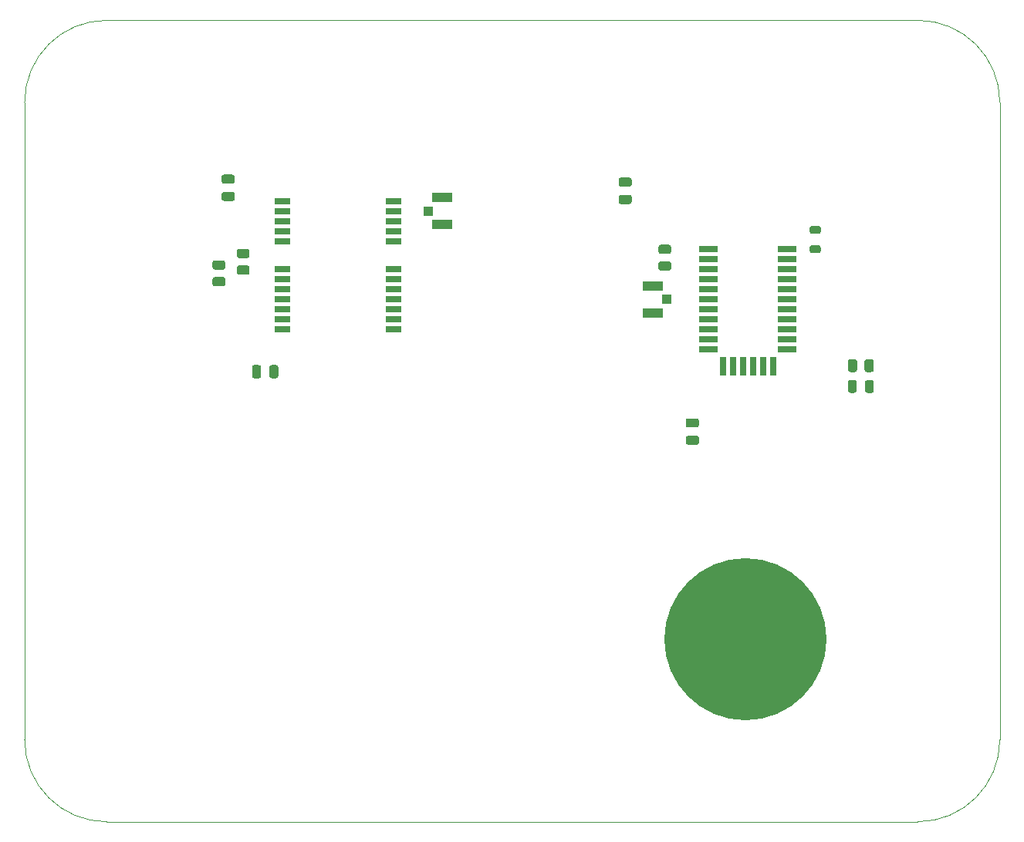
<source format=gbr>
%TF.GenerationSoftware,KiCad,Pcbnew,(5.1.10)-1*%
%TF.CreationDate,2021-07-19T17:08:21-04:00*%
%TF.ProjectId,gps-testing-board,6770732d-7465-4737-9469-6e672d626f61,rev?*%
%TF.SameCoordinates,Original*%
%TF.FileFunction,Paste,Top*%
%TF.FilePolarity,Positive*%
%FSLAX46Y46*%
G04 Gerber Fmt 4.6, Leading zero omitted, Abs format (unit mm)*
G04 Created by KiCad (PCBNEW (5.1.10)-1) date 2021-07-19 17:08:21*
%MOMM*%
%LPD*%
G01*
G04 APERTURE LIST*
%TA.AperFunction,Profile*%
%ADD10C,0.050000*%
%TD*%
%ADD11R,1.050000X1.050000*%
%ADD12R,2.200000X1.050000*%
%ADD13R,1.800000X0.800000*%
%ADD14R,2.000000X0.700000*%
%ADD15R,0.700000X2.000000*%
%ADD16C,17.800000*%
G04 APERTURE END LIST*
D10*
X111000000Y-150000000D02*
G75*
G02*
X102000000Y-141000000I0J9000000D01*
G01*
X209000000Y-141000000D02*
G75*
G02*
X200000000Y-150000000I-9000000J0D01*
G01*
X200000000Y-62000000D02*
G75*
G02*
X209000000Y-71000000I0J-9000000D01*
G01*
X111000000Y-150000000D02*
X200000000Y-150000000D01*
X209000000Y-71000000D02*
X209000000Y-141000000D01*
X102000000Y-71000000D02*
G75*
G02*
X111000000Y-62000000I9000000J0D01*
G01*
X111000000Y-62000000D02*
X200000000Y-62000000D01*
X102000000Y-71000000D02*
X102000000Y-141000000D01*
%TO.C,C1*%
G36*
G01*
X167419000Y-79271200D02*
X168369000Y-79271200D01*
G75*
G02*
X168619000Y-79521200I0J-250000D01*
G01*
X168619000Y-80021200D01*
G75*
G02*
X168369000Y-80271200I-250000J0D01*
G01*
X167419000Y-80271200D01*
G75*
G02*
X167169000Y-80021200I0J250000D01*
G01*
X167169000Y-79521200D01*
G75*
G02*
X167419000Y-79271200I250000J0D01*
G01*
G37*
G36*
G01*
X167419000Y-81171200D02*
X168369000Y-81171200D01*
G75*
G02*
X168619000Y-81421200I0J-250000D01*
G01*
X168619000Y-81921200D01*
G75*
G02*
X168369000Y-82171200I-250000J0D01*
G01*
X167419000Y-82171200D01*
G75*
G02*
X167169000Y-81921200I0J250000D01*
G01*
X167169000Y-81421200D01*
G75*
G02*
X167419000Y-81171200I250000J0D01*
G01*
G37*
%TD*%
%TO.C,C2*%
G36*
G01*
X123858000Y-80841000D02*
X124808000Y-80841000D01*
G75*
G02*
X125058000Y-81091000I0J-250000D01*
G01*
X125058000Y-81591000D01*
G75*
G02*
X124808000Y-81841000I-250000J0D01*
G01*
X123858000Y-81841000D01*
G75*
G02*
X123608000Y-81591000I0J250000D01*
G01*
X123608000Y-81091000D01*
G75*
G02*
X123858000Y-80841000I250000J0D01*
G01*
G37*
G36*
G01*
X123858000Y-78941000D02*
X124808000Y-78941000D01*
G75*
G02*
X125058000Y-79191000I0J-250000D01*
G01*
X125058000Y-79691000D01*
G75*
G02*
X124808000Y-79941000I-250000J0D01*
G01*
X123858000Y-79941000D01*
G75*
G02*
X123608000Y-79691000I0J250000D01*
G01*
X123608000Y-79191000D01*
G75*
G02*
X123858000Y-78941000I250000J0D01*
G01*
G37*
%TD*%
%TO.C,C3*%
G36*
G01*
X174785000Y-107612600D02*
X175735000Y-107612600D01*
G75*
G02*
X175985000Y-107862600I0J-250000D01*
G01*
X175985000Y-108362600D01*
G75*
G02*
X175735000Y-108612600I-250000J0D01*
G01*
X174785000Y-108612600D01*
G75*
G02*
X174535000Y-108362600I0J250000D01*
G01*
X174535000Y-107862600D01*
G75*
G02*
X174785000Y-107612600I250000J0D01*
G01*
G37*
G36*
G01*
X174785000Y-105712600D02*
X175735000Y-105712600D01*
G75*
G02*
X175985000Y-105962600I0J-250000D01*
G01*
X175985000Y-106462600D01*
G75*
G02*
X175735000Y-106712600I-250000J0D01*
G01*
X174785000Y-106712600D01*
G75*
G02*
X174535000Y-106462600I0J250000D01*
G01*
X174535000Y-105962600D01*
G75*
G02*
X174785000Y-105712600I250000J0D01*
G01*
G37*
%TD*%
%TO.C,C4*%
G36*
G01*
X126947000Y-101059000D02*
X126947000Y-100109000D01*
G75*
G02*
X127197000Y-99859000I250000J0D01*
G01*
X127697000Y-99859000D01*
G75*
G02*
X127947000Y-100109000I0J-250000D01*
G01*
X127947000Y-101059000D01*
G75*
G02*
X127697000Y-101309000I-250000J0D01*
G01*
X127197000Y-101309000D01*
G75*
G02*
X126947000Y-101059000I0J250000D01*
G01*
G37*
G36*
G01*
X128847000Y-101059000D02*
X128847000Y-100109000D01*
G75*
G02*
X129097000Y-99859000I250000J0D01*
G01*
X129597000Y-99859000D01*
G75*
G02*
X129847000Y-100109000I0J-250000D01*
G01*
X129847000Y-101059000D01*
G75*
G02*
X129597000Y-101309000I-250000J0D01*
G01*
X129097000Y-101309000D01*
G75*
G02*
X128847000Y-101059000I0J250000D01*
G01*
G37*
%TD*%
%TO.C,D1*%
G36*
G01*
X192326200Y-102665850D02*
X192326200Y-101753350D01*
G75*
G02*
X192569950Y-101509600I243750J0D01*
G01*
X193057450Y-101509600D01*
G75*
G02*
X193301200Y-101753350I0J-243750D01*
G01*
X193301200Y-102665850D01*
G75*
G02*
X193057450Y-102909600I-243750J0D01*
G01*
X192569950Y-102909600D01*
G75*
G02*
X192326200Y-102665850I0J243750D01*
G01*
G37*
G36*
G01*
X194201200Y-102665850D02*
X194201200Y-101753350D01*
G75*
G02*
X194444950Y-101509600I243750J0D01*
G01*
X194932450Y-101509600D01*
G75*
G02*
X195176200Y-101753350I0J-243750D01*
G01*
X195176200Y-102665850D01*
G75*
G02*
X194932450Y-102909600I-243750J0D01*
G01*
X194444950Y-102909600D01*
G75*
G02*
X194201200Y-102665850I0J243750D01*
G01*
G37*
%TD*%
D11*
%TO.C,J10*%
X146303000Y-82931000D03*
D12*
X147828000Y-81456000D03*
X147828000Y-84406000D03*
%TD*%
%TO.C,J11*%
X170942000Y-91158800D03*
X170942000Y-94108800D03*
D11*
X172467000Y-92633800D03*
%TD*%
%TO.C,L1*%
G36*
G01*
X189128650Y-87580600D02*
X188366150Y-87580600D01*
G75*
G02*
X188147400Y-87361850I0J218750D01*
G01*
X188147400Y-86924350D01*
G75*
G02*
X188366150Y-86705600I218750J0D01*
G01*
X189128650Y-86705600D01*
G75*
G02*
X189347400Y-86924350I0J-218750D01*
G01*
X189347400Y-87361850D01*
G75*
G02*
X189128650Y-87580600I-218750J0D01*
G01*
G37*
G36*
G01*
X189128650Y-85455600D02*
X188366150Y-85455600D01*
G75*
G02*
X188147400Y-85236850I0J218750D01*
G01*
X188147400Y-84799350D01*
G75*
G02*
X188366150Y-84580600I218750J0D01*
G01*
X189128650Y-84580600D01*
G75*
G02*
X189347400Y-84799350I0J-218750D01*
G01*
X189347400Y-85236850D01*
G75*
G02*
X189128650Y-85455600I-218750J0D01*
G01*
G37*
%TD*%
%TO.C,R1*%
G36*
G01*
X122866999Y-88364000D02*
X123767001Y-88364000D01*
G75*
G02*
X124017000Y-88613999I0J-249999D01*
G01*
X124017000Y-89139001D01*
G75*
G02*
X123767001Y-89389000I-249999J0D01*
G01*
X122866999Y-89389000D01*
G75*
G02*
X122617000Y-89139001I0J249999D01*
G01*
X122617000Y-88613999D01*
G75*
G02*
X122866999Y-88364000I249999J0D01*
G01*
G37*
G36*
G01*
X122866999Y-90189000D02*
X123767001Y-90189000D01*
G75*
G02*
X124017000Y-90438999I0J-249999D01*
G01*
X124017000Y-90964001D01*
G75*
G02*
X123767001Y-91214000I-249999J0D01*
G01*
X122866999Y-91214000D01*
G75*
G02*
X122617000Y-90964001I0J249999D01*
G01*
X122617000Y-90438999D01*
G75*
G02*
X122866999Y-90189000I249999J0D01*
G01*
G37*
%TD*%
%TO.C,R2*%
G36*
G01*
X125533999Y-88919000D02*
X126434001Y-88919000D01*
G75*
G02*
X126684000Y-89168999I0J-249999D01*
G01*
X126684000Y-89694001D01*
G75*
G02*
X126434001Y-89944000I-249999J0D01*
G01*
X125533999Y-89944000D01*
G75*
G02*
X125284000Y-89694001I0J249999D01*
G01*
X125284000Y-89168999D01*
G75*
G02*
X125533999Y-88919000I249999J0D01*
G01*
G37*
G36*
G01*
X125533999Y-87094000D02*
X126434001Y-87094000D01*
G75*
G02*
X126684000Y-87343999I0J-249999D01*
G01*
X126684000Y-87869001D01*
G75*
G02*
X126434001Y-88119000I-249999J0D01*
G01*
X125533999Y-88119000D01*
G75*
G02*
X125284000Y-87869001I0J249999D01*
G01*
X125284000Y-87343999D01*
G75*
G02*
X125533999Y-87094000I249999J0D01*
G01*
G37*
%TD*%
%TO.C,R3*%
G36*
G01*
X192326200Y-100373601D02*
X192326200Y-99473599D01*
G75*
G02*
X192576199Y-99223600I249999J0D01*
G01*
X193101201Y-99223600D01*
G75*
G02*
X193351200Y-99473599I0J-249999D01*
G01*
X193351200Y-100373601D01*
G75*
G02*
X193101201Y-100623600I-249999J0D01*
G01*
X192576199Y-100623600D01*
G75*
G02*
X192326200Y-100373601I0J249999D01*
G01*
G37*
G36*
G01*
X194151200Y-100373601D02*
X194151200Y-99473599D01*
G75*
G02*
X194401199Y-99223600I249999J0D01*
G01*
X194926201Y-99223600D01*
G75*
G02*
X195176200Y-99473599I0J-249999D01*
G01*
X195176200Y-100373601D01*
G75*
G02*
X194926201Y-100623600I-249999J0D01*
G01*
X194401199Y-100623600D01*
G75*
G02*
X194151200Y-100373601I0J249999D01*
G01*
G37*
%TD*%
%TO.C,R4*%
G36*
G01*
X171787399Y-88461800D02*
X172687401Y-88461800D01*
G75*
G02*
X172937400Y-88711799I0J-249999D01*
G01*
X172937400Y-89236801D01*
G75*
G02*
X172687401Y-89486800I-249999J0D01*
G01*
X171787399Y-89486800D01*
G75*
G02*
X171537400Y-89236801I0J249999D01*
G01*
X171537400Y-88711799D01*
G75*
G02*
X171787399Y-88461800I249999J0D01*
G01*
G37*
G36*
G01*
X171787399Y-86636800D02*
X172687401Y-86636800D01*
G75*
G02*
X172937400Y-86886799I0J-249999D01*
G01*
X172937400Y-87411801D01*
G75*
G02*
X172687401Y-87661800I-249999J0D01*
G01*
X171787399Y-87661800D01*
G75*
G02*
X171537400Y-87411801I0J249999D01*
G01*
X171537400Y-86886799D01*
G75*
G02*
X171787399Y-86636800I249999J0D01*
G01*
G37*
%TD*%
D13*
%TO.C,U1*%
X130298000Y-95900000D03*
X130298000Y-94800000D03*
X130298000Y-93700000D03*
X130298000Y-92600000D03*
X130298000Y-91500000D03*
X130298000Y-90400000D03*
X130298000Y-89300000D03*
X130298000Y-86300000D03*
X130298000Y-85200000D03*
X130298000Y-84100000D03*
X130298000Y-83000000D03*
X130298000Y-81900000D03*
X142498000Y-81900000D03*
X142498000Y-83000000D03*
X142498000Y-84100000D03*
X142498000Y-85200000D03*
X142498000Y-86300000D03*
X142498000Y-89300000D03*
X142498000Y-90400000D03*
X142498000Y-91500000D03*
X142498000Y-92600000D03*
X142498000Y-93700000D03*
X142498000Y-94800000D03*
X142498000Y-95900000D03*
%TD*%
D14*
%TO.C,U2*%
X185696000Y-87146600D03*
X185696000Y-88246600D03*
X185696000Y-89346600D03*
X185696000Y-90446600D03*
X185696000Y-91546600D03*
X185696000Y-92646600D03*
X185696000Y-93746600D03*
X185696000Y-94846600D03*
X185696000Y-95946600D03*
X185696000Y-97046600D03*
X185696000Y-98146600D03*
D15*
X184106000Y-99946600D03*
X183006000Y-99946600D03*
X181906000Y-99946600D03*
X180806000Y-99946600D03*
X179706000Y-99946600D03*
X178606000Y-99946600D03*
D14*
X177056000Y-98146600D03*
X177056000Y-97046600D03*
X177056000Y-95946600D03*
X177056000Y-94846600D03*
X177056000Y-93746600D03*
X177056000Y-92646600D03*
X177056000Y-91546600D03*
X177056000Y-90446600D03*
X177056000Y-89346600D03*
X177056000Y-88246600D03*
X177056000Y-87146600D03*
%TD*%
D16*
%TO.C,J16*%
X181127400Y-129946400D03*
%TD*%
M02*

</source>
